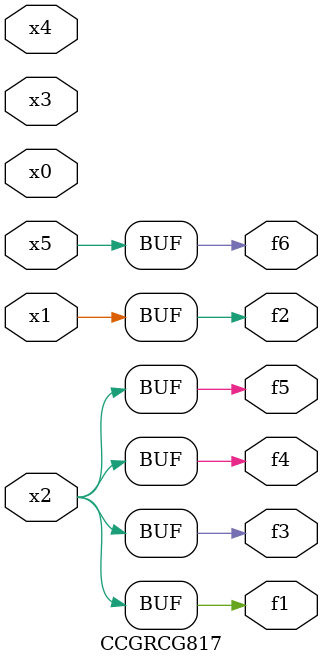
<source format=v>
module CCGRCG817(
	input x0, x1, x2, x3, x4, x5,
	output f1, f2, f3, f4, f5, f6
);
	assign f1 = x2;
	assign f2 = x1;
	assign f3 = x2;
	assign f4 = x2;
	assign f5 = x2;
	assign f6 = x5;
endmodule

</source>
